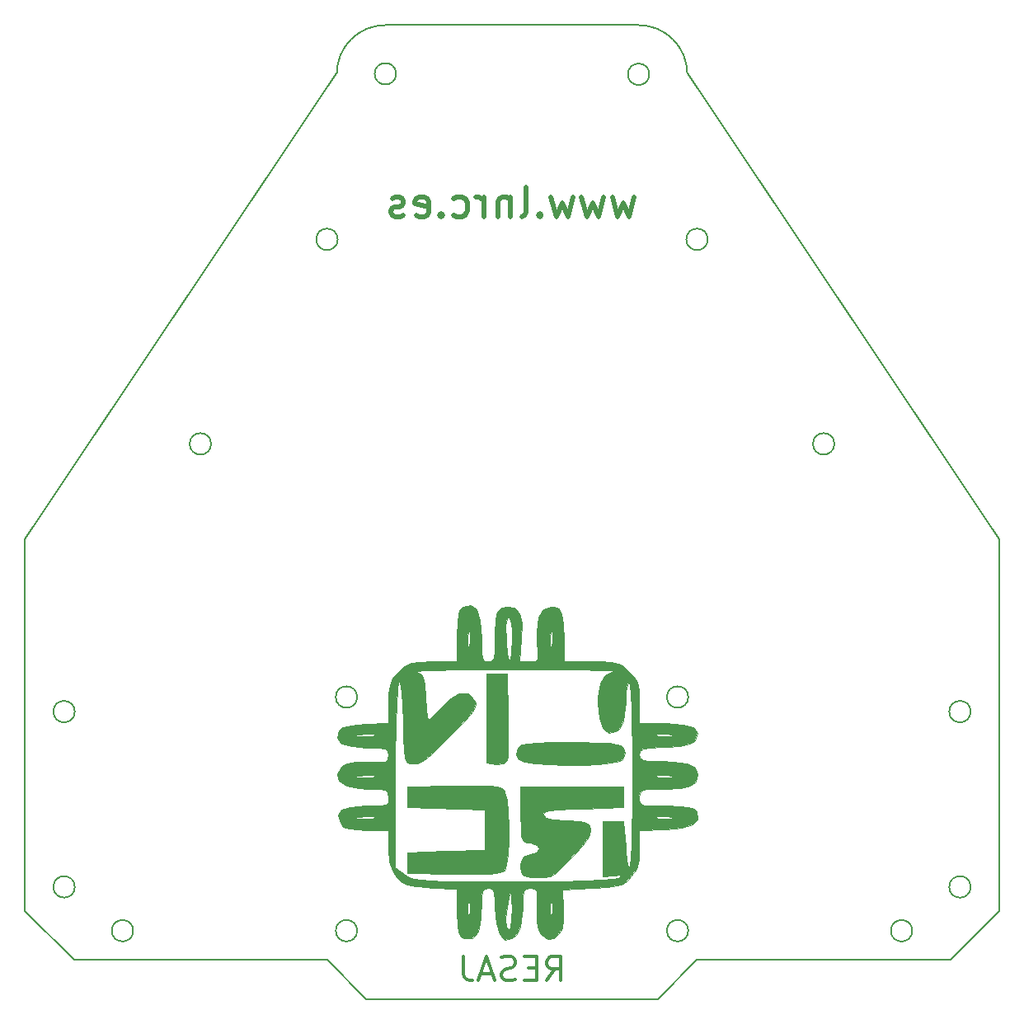
<source format=gbo>
G04 #@! TF.FileFunction,Legend,Bot*
%FSLAX46Y46*%
G04 Gerber Fmt 4.6, Leading zero omitted, Abs format (unit mm)*
G04 Created by KiCad (PCBNEW 4.0.6) date 07/19/17 12:58:32*
%MOMM*%
%LPD*%
G01*
G04 APERTURE LIST*
%ADD10C,0.100000*%
%ADD11C,0.500000*%
%ADD12C,0.150000*%
%ADD13C,0.300000*%
%ADD14C,0.010000*%
%ADD15R,2.100000X2.100000*%
%ADD16O,2.100000X2.100000*%
%ADD17R,2.000000X2.000000*%
%ADD18O,2.000000X2.000000*%
%ADD19R,2.200000X2.200000*%
%ADD20C,2.200000*%
%ADD21O,2.200000X2.200000*%
%ADD22R,2.150000X2.150000*%
%ADD23C,2.150000*%
%ADD24C,2.000000*%
%ADD25C,1.800000*%
%ADD26R,2.000000X2.800000*%
%ADD27O,2.000000X2.800000*%
%ADD28C,2.400000*%
%ADD29R,1.750000X1.750000*%
%ADD30O,1.750000X1.750000*%
G04 APERTURE END LIST*
D10*
D11*
X62571429Y82342857D02*
X62000000Y80342857D01*
X61428571Y81771429D01*
X60857143Y80342857D01*
X60285714Y82342857D01*
X59428572Y82342857D02*
X58857143Y80342857D01*
X58285714Y81771429D01*
X57714286Y80342857D01*
X57142857Y82342857D01*
X56285715Y82342857D02*
X55714286Y80342857D01*
X55142857Y81771429D01*
X54571429Y80342857D01*
X54000000Y82342857D01*
X52857143Y80628571D02*
X52714286Y80485714D01*
X52857143Y80342857D01*
X53000000Y80485714D01*
X52857143Y80628571D01*
X52857143Y80342857D01*
X51000001Y80342857D02*
X51285715Y80485714D01*
X51428572Y80771429D01*
X51428572Y83342857D01*
X49857143Y82342857D02*
X49857143Y80342857D01*
X49857143Y82057143D02*
X49714286Y82200000D01*
X49428572Y82342857D01*
X49000000Y82342857D01*
X48714286Y82200000D01*
X48571429Y81914286D01*
X48571429Y80342857D01*
X47142857Y80342857D02*
X47142857Y82342857D01*
X47142857Y81771429D02*
X47000000Y82057143D01*
X46857143Y82200000D01*
X46571429Y82342857D01*
X46285714Y82342857D01*
X44000000Y80485714D02*
X44285714Y80342857D01*
X44857143Y80342857D01*
X45142857Y80485714D01*
X45285714Y80628571D01*
X45428571Y80914286D01*
X45428571Y81771429D01*
X45285714Y82057143D01*
X45142857Y82200000D01*
X44857143Y82342857D01*
X44285714Y82342857D01*
X44000000Y82200000D01*
X42714285Y80628571D02*
X42571428Y80485714D01*
X42714285Y80342857D01*
X42857142Y80485714D01*
X42714285Y80628571D01*
X42714285Y80342857D01*
X40142857Y80485714D02*
X40428571Y80342857D01*
X41000000Y80342857D01*
X41285714Y80485714D01*
X41428571Y80771429D01*
X41428571Y81914286D01*
X41285714Y82200000D01*
X41000000Y82342857D01*
X40428571Y82342857D01*
X40142857Y82200000D01*
X40000000Y81914286D01*
X40000000Y81628571D01*
X41428571Y81342857D01*
X38857142Y80485714D02*
X38571428Y80342857D01*
X38000000Y80342857D01*
X37714285Y80485714D01*
X37571428Y80771429D01*
X37571428Y80914286D01*
X37714285Y81200000D01*
X38000000Y81342857D01*
X38428571Y81342857D01*
X38714285Y81485714D01*
X38857142Y81771429D01*
X38857142Y81914286D01*
X38714285Y82200000D01*
X38428571Y82342857D01*
X38000000Y82342857D01*
X37714285Y82200000D01*
D12*
X37000000Y100000000D02*
X63000000Y100000000D01*
X100000000Y47200000D02*
X68000000Y95000000D01*
X68000000Y95000000D02*
G75*
G03X63000000Y100000000I-5000000J0D01*
G01*
X32000000Y95000000D02*
X0Y47200000D01*
X37000000Y100000000D02*
G75*
G03X32000000Y95000000I0J-5000000D01*
G01*
X83100000Y57000000D02*
G75*
G03X83100000Y57000000I-1100000J0D01*
G01*
X19100000Y57000000D02*
G75*
G03X19100000Y57000000I-1100000J0D01*
G01*
X70100000Y78000000D02*
G75*
G03X70100000Y78000000I-1100000J0D01*
G01*
X32100000Y78000000D02*
G75*
G03X32100000Y78000000I-1100000J0D01*
G01*
D13*
X53571428Y1869048D02*
X54404762Y3059524D01*
X55000000Y1869048D02*
X55000000Y4369048D01*
X54047619Y4369048D01*
X53809524Y4250000D01*
X53690476Y4130952D01*
X53571428Y3892857D01*
X53571428Y3535714D01*
X53690476Y3297619D01*
X53809524Y3178571D01*
X54047619Y3059524D01*
X55000000Y3059524D01*
X52500000Y3178571D02*
X51666667Y3178571D01*
X51309524Y1869048D02*
X52500000Y1869048D01*
X52500000Y4369048D01*
X51309524Y4369048D01*
X50357143Y1988095D02*
X50000000Y1869048D01*
X49404762Y1869048D01*
X49166666Y1988095D01*
X49047619Y2107143D01*
X48928571Y2345238D01*
X48928571Y2583333D01*
X49047619Y2821429D01*
X49166666Y2940476D01*
X49404762Y3059524D01*
X49880952Y3178571D01*
X50119047Y3297619D01*
X50238095Y3416667D01*
X50357143Y3654762D01*
X50357143Y3892857D01*
X50238095Y4130952D01*
X50119047Y4250000D01*
X49880952Y4369048D01*
X49285714Y4369048D01*
X48928571Y4250000D01*
X47976191Y2583333D02*
X46785714Y2583333D01*
X48214286Y1869048D02*
X47380952Y4369048D01*
X46547619Y1869048D01*
X45000000Y4369048D02*
X45000000Y2583333D01*
X45119048Y2226190D01*
X45357143Y1988095D01*
X45714286Y1869048D01*
X45952381Y1869048D01*
D12*
X64100000Y94950000D02*
G75*
G03X64100000Y94950000I-1100000J0D01*
G01*
X38100000Y95000000D02*
G75*
G03X38100000Y95000000I-1100000J0D01*
G01*
X34100000Y31000000D02*
G75*
G03X34100000Y31000000I-1100000J0D01*
G01*
X68100000Y31000000D02*
G75*
G03X68100000Y31000000I-1100000J0D01*
G01*
X68100000Y7000000D02*
G75*
G03X68100000Y7000000I-1100000J0D01*
G01*
X34100000Y7000000D02*
G75*
G03X34100000Y7000000I-1100000J0D01*
G01*
X91100000Y7000000D02*
G75*
G03X91100000Y7000000I-1100000J0D01*
G01*
X11100000Y7000000D02*
G75*
G03X11100000Y7000000I-1100000J0D01*
G01*
X95000000Y4000000D02*
X100000000Y9000000D01*
X69000000Y4000000D02*
X95000000Y4000000D01*
X65000000Y0D02*
X69000000Y4000000D01*
X35000000Y0D02*
X65000000Y0D01*
X5000000Y4000000D02*
X0Y9000000D01*
X31000000Y4000000D02*
X5000000Y4000000D01*
X35000000Y0D02*
X31000000Y4000000D01*
X97100000Y29500000D02*
G75*
G03X97100000Y29500000I-1100000J0D01*
G01*
X97100000Y11500000D02*
G75*
G03X97100000Y11500000I-1100000J0D01*
G01*
X5100000Y11500000D02*
G75*
G03X5100000Y11500000I-1100000J0D01*
G01*
X5100000Y29500000D02*
G75*
G03X5100000Y29500000I-1100000J0D01*
G01*
X0Y47200000D02*
X0Y9000000D01*
X100000000Y9000000D02*
X100000000Y47200000D01*
D14*
G36*
X45036612Y40273000D02*
X44679385Y39980354D01*
X44472038Y39467509D01*
X44376755Y38567995D01*
X44355555Y37275088D01*
X44355555Y34641667D01*
X41858974Y34641667D01*
X40507469Y34615470D01*
X39633951Y34492660D01*
X39011499Y34206907D01*
X38413195Y33691879D01*
X38331196Y33610470D01*
X37739824Y32932043D01*
X37429343Y32240906D01*
X37312883Y31270952D01*
X37300000Y30451589D01*
X37300000Y28323904D01*
X34955578Y28219591D01*
X33520815Y28098360D01*
X32654667Y27868970D01*
X32242007Y27527488D01*
X32042214Y26775939D01*
X32500271Y26233663D01*
X33596653Y25912517D01*
X35050140Y25822223D01*
X36271013Y25803103D01*
X36946456Y25708159D01*
X37236324Y25481007D01*
X37300475Y25065267D01*
X37300643Y25028473D01*
X37249251Y24587329D01*
X36983231Y24364771D01*
X36336195Y24306198D01*
X35237795Y24351538D01*
X33894684Y24364263D01*
X33050369Y24192584D01*
X32591319Y23885367D01*
X32076481Y23080820D01*
X32212780Y22408900D01*
X32951552Y21912309D01*
X34244134Y21633746D01*
X35208532Y21588889D01*
X36372925Y21569683D01*
X36998549Y21465221D01*
X37252030Y21205240D01*
X37299992Y20719476D01*
X37300000Y20706945D01*
X37258736Y20229387D01*
X37027693Y19965308D01*
X36445994Y19851644D01*
X35352762Y19825331D01*
X35050140Y19825000D01*
X33440574Y19724065D01*
X32477817Y19407843D01*
X32130649Y18856207D01*
X32349042Y18083662D01*
X32668568Y17679429D01*
X33202672Y17457599D01*
X34137206Y17367496D01*
X35019356Y17355556D01*
X37300000Y17355556D01*
X37300000Y15434950D01*
X37381850Y14109260D01*
X37683997Y13184100D01*
X38143848Y12533313D01*
X38652160Y12022078D01*
X39223424Y11710841D01*
X40059326Y11535768D01*
X41361552Y11433023D01*
X41671626Y11416749D01*
X44355555Y11281216D01*
X44355555Y8874103D01*
X44378386Y7581762D01*
X44479840Y6823479D01*
X44709363Y6428361D01*
X45116399Y6225514D01*
X45122425Y6223595D01*
X45940465Y6248929D01*
X46493691Y6926473D01*
X46780849Y8253954D01*
X46822178Y9241667D01*
X45653751Y9241667D01*
X45635688Y8272478D01*
X45588039Y7840941D01*
X45520619Y8026132D01*
X45511469Y8095139D01*
X45453086Y9332160D01*
X45511469Y10388195D01*
X45580638Y10654452D01*
X45631239Y10294284D01*
X45653458Y9386768D01*
X45653751Y9241667D01*
X46822178Y9241667D01*
X46825000Y9309093D01*
X46852454Y10468274D01*
X46972355Y11086372D01*
X47241013Y11326935D01*
X47530555Y11358334D01*
X47936404Y11275119D01*
X48148922Y10914529D01*
X48227912Y10110148D01*
X48236111Y9394864D01*
X48360778Y7721073D01*
X48714447Y6607786D01*
X49266623Y6092301D01*
X49986809Y6211918D01*
X50503968Y6621032D01*
X50885598Y7387196D01*
X51049475Y8740953D01*
X51058333Y9266865D01*
X51059539Y9329861D01*
X49958261Y9329861D01*
X49928852Y8140516D01*
X49805449Y7354186D01*
X49647222Y7125000D01*
X49418599Y7432549D01*
X49333996Y8181963D01*
X49336183Y8271528D01*
X49456982Y9476969D01*
X49647222Y10476389D01*
X49793608Y10919868D01*
X49885572Y10806857D01*
X49938670Y10080010D01*
X49958261Y9329861D01*
X51059539Y9329861D01*
X51080689Y10434201D01*
X51189575Y11061721D01*
X51447721Y11314764D01*
X51852083Y11358976D01*
X52293227Y11307585D01*
X52515785Y11041565D01*
X52574357Y10394528D01*
X52529018Y9296129D01*
X52516292Y7953018D01*
X52687972Y7108703D01*
X52995189Y6649653D01*
X53681232Y6136411D01*
X54276836Y6233490D01*
X54760630Y6644361D01*
X55123380Y7270876D01*
X55259630Y8294384D01*
X55245318Y9202000D01*
X55243455Y9241667D01*
X54120418Y9241667D01*
X54102354Y8272478D01*
X54054706Y7840941D01*
X53987285Y8026132D01*
X53978135Y8095139D01*
X53919753Y9332160D01*
X53978135Y10388195D01*
X54047305Y10654452D01*
X54097906Y10294284D01*
X54120125Y9386768D01*
X54120418Y9241667D01*
X55243455Y9241667D01*
X55152311Y11181945D01*
X58260483Y11369190D01*
X59783961Y11478873D01*
X60781276Y11620721D01*
X61431515Y11847604D01*
X61913768Y12212395D01*
X62210716Y12535390D01*
X62753439Y13356931D01*
X63004423Y14349738D01*
X63052778Y15420111D01*
X63052778Y17325877D01*
X65749728Y17428911D01*
X67457005Y17576966D01*
X68527544Y17886532D01*
X69018256Y18390049D01*
X69008650Y18607777D01*
X67155421Y18607777D01*
X66833805Y18559759D01*
X65953909Y18534521D01*
X65522222Y18532495D01*
X64462243Y18547817D01*
X63934468Y18588647D01*
X64012516Y18647286D01*
X64199305Y18670877D01*
X65523962Y18727959D01*
X66845139Y18670877D01*
X67155421Y18607777D01*
X69008650Y18607777D01*
X68986052Y19119959D01*
X68940826Y19247883D01*
X68695100Y19545607D01*
X68145124Y19723123D01*
X67149522Y19807139D01*
X65886072Y19825000D01*
X64483034Y19834309D01*
X63641866Y19892051D01*
X63218894Y20042950D01*
X63070441Y20331728D01*
X63052778Y20706945D01*
X63087029Y21160281D01*
X63290188Y21423577D01*
X63812866Y21548411D01*
X64805671Y21586362D01*
X65628055Y21588889D01*
X65663002Y21590342D01*
X62352041Y21590342D01*
X62340395Y19427553D01*
X62311516Y17447747D01*
X62264884Y15761974D01*
X62199983Y14481289D01*
X62116296Y13716741D01*
X62082639Y13592048D01*
X61925505Y13547731D01*
X61779751Y14163673D01*
X61655365Y15394576D01*
X61641666Y15591667D01*
X61465278Y18237500D01*
X59348611Y18237500D01*
X59348611Y12593056D01*
X60406944Y12696995D01*
X61069262Y12719855D01*
X61106765Y12570763D01*
X60936111Y12437814D01*
X60412163Y12324429D01*
X59225237Y12229995D01*
X57417693Y12155957D01*
X55031891Y12103760D01*
X52110191Y12074849D01*
X50135769Y12069291D01*
X47168424Y12069724D01*
X44824046Y12078068D01*
X43020048Y12099674D01*
X41673847Y12139893D01*
X40702857Y12204076D01*
X40024494Y12297576D01*
X39556172Y12425741D01*
X39215308Y12593925D01*
X38935075Y12795049D01*
X38005555Y13526210D01*
X38005555Y18599918D01*
X36596118Y18599918D01*
X36235950Y18549317D01*
X35328434Y18527097D01*
X35183333Y18526804D01*
X34214144Y18544868D01*
X33782607Y18592517D01*
X33967799Y18659937D01*
X34036805Y18669087D01*
X35273826Y18727469D01*
X36329861Y18669087D01*
X36596118Y18599918D01*
X38005555Y18599918D01*
X38005555Y22833251D01*
X36596118Y22833251D01*
X36235950Y22782650D01*
X35328434Y22760431D01*
X35183333Y22760138D01*
X34214144Y22778201D01*
X33782607Y22825850D01*
X33967799Y22893270D01*
X34036805Y22902420D01*
X35273826Y22960803D01*
X36329861Y22902420D01*
X36596118Y22833251D01*
X38005555Y22833251D01*
X38005555Y23004785D01*
X38018070Y25880481D01*
X38035547Y27066584D01*
X36596118Y27066584D01*
X36235950Y27015983D01*
X35328434Y26993764D01*
X35183333Y26993471D01*
X34214144Y27011535D01*
X33782607Y27059183D01*
X33967799Y27126604D01*
X34036805Y27135754D01*
X35273826Y27194136D01*
X36329861Y27135754D01*
X36596118Y27066584D01*
X38035547Y27066584D01*
X38054181Y28331150D01*
X38111744Y30295952D01*
X38188613Y31714047D01*
X38282641Y32524593D01*
X38347362Y32694609D01*
X38503972Y32455734D01*
X38635683Y31575861D01*
X38735617Y30119316D01*
X38788335Y28570290D01*
X38833691Y26761352D01*
X38889306Y25538932D01*
X38981465Y24784177D01*
X39136454Y24378229D01*
X39380557Y24202236D01*
X39740060Y24137341D01*
X39769444Y24133977D01*
X40270172Y24194004D01*
X40897117Y24530438D01*
X41748281Y25216639D01*
X42921665Y26325970D01*
X43598001Y26999953D01*
X44852193Y28280303D01*
X45668342Y29176353D01*
X46117677Y29792115D01*
X46271427Y30231604D01*
X46200821Y30598832D01*
X46143228Y30716671D01*
X45490032Y31369757D01*
X44609959Y31386306D01*
X43556995Y30777026D01*
X42810024Y30055556D01*
X42074372Y29271553D01*
X41541143Y28759193D01*
X41373981Y28644445D01*
X41278823Y28966702D01*
X41183699Y29811981D01*
X41109053Y30998044D01*
X41108479Y31011001D01*
X41030822Y32282815D01*
X40894714Y33023002D01*
X40634463Y33405456D01*
X40184377Y33604067D01*
X40122222Y33621670D01*
X40239384Y33681179D01*
X40986156Y33735086D01*
X42286604Y33781589D01*
X44064792Y33818888D01*
X46244786Y33845184D01*
X48750651Y33858676D01*
X50176389Y33860024D01*
X52833255Y33853568D01*
X55212993Y33837983D01*
X57237924Y33814567D01*
X58830372Y33784618D01*
X59912657Y33749434D01*
X60407101Y33710313D01*
X60406944Y33689040D01*
X59556014Y33257778D01*
X59046656Y32385589D01*
X58832931Y30976311D01*
X58819444Y30366106D01*
X58958154Y28818547D01*
X59342073Y27778391D01*
X59922884Y27300571D01*
X60652274Y27440018D01*
X61087301Y27787699D01*
X61468931Y28553863D01*
X61632808Y29907620D01*
X61641666Y30433532D01*
X61695797Y31550676D01*
X61836893Y32306958D01*
X61994444Y32525000D01*
X62088956Y32190792D01*
X62169855Y31262202D01*
X62236623Y29850281D01*
X62288742Y28066083D01*
X62325697Y26020660D01*
X62346969Y23825062D01*
X62352041Y21590342D01*
X65663002Y21590342D01*
X67271212Y21657206D01*
X68321320Y21891314D01*
X68880247Y22334953D01*
X69003436Y22841111D01*
X67155421Y22841111D01*
X66833805Y22793092D01*
X65953909Y22767855D01*
X65522222Y22765829D01*
X64462243Y22781150D01*
X63934468Y22821980D01*
X64012516Y22880619D01*
X64199305Y22904210D01*
X65523962Y22961292D01*
X66845139Y22904210D01*
X67155421Y22841111D01*
X69003436Y22841111D01*
X69049861Y23031861D01*
X69050000Y23058144D01*
X68779966Y23726860D01*
X67941362Y24161879D01*
X66491434Y24378914D01*
X65369025Y24411111D01*
X64118962Y24433392D01*
X63419304Y24530956D01*
X63115506Y24749891D01*
X63052778Y25101828D01*
X63124936Y25456212D01*
X63437092Y25675824D01*
X64132768Y25802905D01*
X65355487Y25879693D01*
X65749728Y25895578D01*
X67255039Y25993616D01*
X68195018Y26168424D01*
X68708419Y26451261D01*
X68816076Y26586402D01*
X68956564Y27074444D01*
X67155421Y27074444D01*
X66833805Y27026425D01*
X65953909Y27001188D01*
X65522222Y26999162D01*
X64462243Y27014483D01*
X63934468Y27055314D01*
X64012516Y27113952D01*
X64199305Y27137543D01*
X65523962Y27194626D01*
X66845139Y27137543D01*
X67155421Y27074444D01*
X68956564Y27074444D01*
X69031009Y27333056D01*
X68594297Y27863295D01*
X67498063Y28181368D01*
X65734431Y28291525D01*
X65655415Y28291667D01*
X63052778Y28291667D01*
X63052778Y30435470D01*
X63011543Y31701457D01*
X62830676Y32527959D01*
X62424429Y33178985D01*
X62021581Y33610470D01*
X61456807Y34126057D01*
X60903404Y34433410D01*
X60160179Y34585994D01*
X59025937Y34637273D01*
X58141025Y34641667D01*
X55291667Y34641667D01*
X55291667Y36905870D01*
X55290941Y36934722D01*
X54117573Y36934722D01*
X54102031Y35904896D01*
X54058276Y35395443D01*
X53994979Y35489458D01*
X53978722Y35603937D01*
X53919496Y36770531D01*
X53971115Y38026237D01*
X53975877Y38073382D01*
X54041290Y38407198D01*
X54090913Y38104957D01*
X54116102Y37236121D01*
X54117573Y36934722D01*
X55290941Y36934722D01*
X55251528Y38500769D01*
X55101257Y39513284D01*
X54796069Y40063553D01*
X54291180Y40271714D01*
X54031613Y40286111D01*
X53191026Y40009102D01*
X52692873Y39162218D01*
X52527408Y37721677D01*
X52570370Y36720526D01*
X52649405Y35563469D01*
X52606708Y34942667D01*
X52377787Y34691145D01*
X51898148Y34641928D01*
X51767423Y34641667D01*
X50798258Y34641667D01*
X50970988Y36934722D01*
X50000000Y36934722D01*
X49948489Y35520252D01*
X49820261Y34801590D01*
X49654771Y34778622D01*
X49491478Y35451232D01*
X49369837Y36819303D01*
X49364111Y36936592D01*
X49356070Y38274063D01*
X49473540Y39055569D01*
X49628695Y39227778D01*
X49834773Y38897647D01*
X49964806Y37993537D01*
X50000000Y36934722D01*
X50970988Y36934722D01*
X50971030Y36935278D01*
X51001438Y38554792D01*
X50773483Y39593067D01*
X50246820Y40139893D01*
X49465381Y40286111D01*
X48884415Y40174686D01*
X48515540Y39760943D01*
X48315408Y38925683D01*
X48240669Y37549706D01*
X48236111Y36905870D01*
X48213569Y35674378D01*
X48113374Y34991087D01*
X47886678Y34699231D01*
X47530555Y34641667D01*
X47158251Y34708935D01*
X46945744Y35011777D01*
X46849284Y35701752D01*
X46825124Y36930417D01*
X46825121Y36934722D01*
X45650906Y36934722D01*
X45635364Y35904896D01*
X45591610Y35395443D01*
X45528312Y35489458D01*
X45512055Y35603937D01*
X45452829Y36770531D01*
X45504449Y38026237D01*
X45509210Y38073382D01*
X45574624Y38407198D01*
X45624247Y38104957D01*
X45649435Y37236121D01*
X45650906Y36934722D01*
X46825121Y36934722D01*
X46825000Y37085913D01*
X46712304Y38866503D01*
X46372105Y39983795D01*
X45801237Y40443432D01*
X45036612Y40273000D01*
X45036612Y40273000D01*
G37*
X45036612Y40273000D02*
X44679385Y39980354D01*
X44472038Y39467509D01*
X44376755Y38567995D01*
X44355555Y37275088D01*
X44355555Y34641667D01*
X41858974Y34641667D01*
X40507469Y34615470D01*
X39633951Y34492660D01*
X39011499Y34206907D01*
X38413195Y33691879D01*
X38331196Y33610470D01*
X37739824Y32932043D01*
X37429343Y32240906D01*
X37312883Y31270952D01*
X37300000Y30451589D01*
X37300000Y28323904D01*
X34955578Y28219591D01*
X33520815Y28098360D01*
X32654667Y27868970D01*
X32242007Y27527488D01*
X32042214Y26775939D01*
X32500271Y26233663D01*
X33596653Y25912517D01*
X35050140Y25822223D01*
X36271013Y25803103D01*
X36946456Y25708159D01*
X37236324Y25481007D01*
X37300475Y25065267D01*
X37300643Y25028473D01*
X37249251Y24587329D01*
X36983231Y24364771D01*
X36336195Y24306198D01*
X35237795Y24351538D01*
X33894684Y24364263D01*
X33050369Y24192584D01*
X32591319Y23885367D01*
X32076481Y23080820D01*
X32212780Y22408900D01*
X32951552Y21912309D01*
X34244134Y21633746D01*
X35208532Y21588889D01*
X36372925Y21569683D01*
X36998549Y21465221D01*
X37252030Y21205240D01*
X37299992Y20719476D01*
X37300000Y20706945D01*
X37258736Y20229387D01*
X37027693Y19965308D01*
X36445994Y19851644D01*
X35352762Y19825331D01*
X35050140Y19825000D01*
X33440574Y19724065D01*
X32477817Y19407843D01*
X32130649Y18856207D01*
X32349042Y18083662D01*
X32668568Y17679429D01*
X33202672Y17457599D01*
X34137206Y17367496D01*
X35019356Y17355556D01*
X37300000Y17355556D01*
X37300000Y15434950D01*
X37381850Y14109260D01*
X37683997Y13184100D01*
X38143848Y12533313D01*
X38652160Y12022078D01*
X39223424Y11710841D01*
X40059326Y11535768D01*
X41361552Y11433023D01*
X41671626Y11416749D01*
X44355555Y11281216D01*
X44355555Y8874103D01*
X44378386Y7581762D01*
X44479840Y6823479D01*
X44709363Y6428361D01*
X45116399Y6225514D01*
X45122425Y6223595D01*
X45940465Y6248929D01*
X46493691Y6926473D01*
X46780849Y8253954D01*
X46822178Y9241667D01*
X45653751Y9241667D01*
X45635688Y8272478D01*
X45588039Y7840941D01*
X45520619Y8026132D01*
X45511469Y8095139D01*
X45453086Y9332160D01*
X45511469Y10388195D01*
X45580638Y10654452D01*
X45631239Y10294284D01*
X45653458Y9386768D01*
X45653751Y9241667D01*
X46822178Y9241667D01*
X46825000Y9309093D01*
X46852454Y10468274D01*
X46972355Y11086372D01*
X47241013Y11326935D01*
X47530555Y11358334D01*
X47936404Y11275119D01*
X48148922Y10914529D01*
X48227912Y10110148D01*
X48236111Y9394864D01*
X48360778Y7721073D01*
X48714447Y6607786D01*
X49266623Y6092301D01*
X49986809Y6211918D01*
X50503968Y6621032D01*
X50885598Y7387196D01*
X51049475Y8740953D01*
X51058333Y9266865D01*
X51059539Y9329861D01*
X49958261Y9329861D01*
X49928852Y8140516D01*
X49805449Y7354186D01*
X49647222Y7125000D01*
X49418599Y7432549D01*
X49333996Y8181963D01*
X49336183Y8271528D01*
X49456982Y9476969D01*
X49647222Y10476389D01*
X49793608Y10919868D01*
X49885572Y10806857D01*
X49938670Y10080010D01*
X49958261Y9329861D01*
X51059539Y9329861D01*
X51080689Y10434201D01*
X51189575Y11061721D01*
X51447721Y11314764D01*
X51852083Y11358976D01*
X52293227Y11307585D01*
X52515785Y11041565D01*
X52574357Y10394528D01*
X52529018Y9296129D01*
X52516292Y7953018D01*
X52687972Y7108703D01*
X52995189Y6649653D01*
X53681232Y6136411D01*
X54276836Y6233490D01*
X54760630Y6644361D01*
X55123380Y7270876D01*
X55259630Y8294384D01*
X55245318Y9202000D01*
X55243455Y9241667D01*
X54120418Y9241667D01*
X54102354Y8272478D01*
X54054706Y7840941D01*
X53987285Y8026132D01*
X53978135Y8095139D01*
X53919753Y9332160D01*
X53978135Y10388195D01*
X54047305Y10654452D01*
X54097906Y10294284D01*
X54120125Y9386768D01*
X54120418Y9241667D01*
X55243455Y9241667D01*
X55152311Y11181945D01*
X58260483Y11369190D01*
X59783961Y11478873D01*
X60781276Y11620721D01*
X61431515Y11847604D01*
X61913768Y12212395D01*
X62210716Y12535390D01*
X62753439Y13356931D01*
X63004423Y14349738D01*
X63052778Y15420111D01*
X63052778Y17325877D01*
X65749728Y17428911D01*
X67457005Y17576966D01*
X68527544Y17886532D01*
X69018256Y18390049D01*
X69008650Y18607777D01*
X67155421Y18607777D01*
X66833805Y18559759D01*
X65953909Y18534521D01*
X65522222Y18532495D01*
X64462243Y18547817D01*
X63934468Y18588647D01*
X64012516Y18647286D01*
X64199305Y18670877D01*
X65523962Y18727959D01*
X66845139Y18670877D01*
X67155421Y18607777D01*
X69008650Y18607777D01*
X68986052Y19119959D01*
X68940826Y19247883D01*
X68695100Y19545607D01*
X68145124Y19723123D01*
X67149522Y19807139D01*
X65886072Y19825000D01*
X64483034Y19834309D01*
X63641866Y19892051D01*
X63218894Y20042950D01*
X63070441Y20331728D01*
X63052778Y20706945D01*
X63087029Y21160281D01*
X63290188Y21423577D01*
X63812866Y21548411D01*
X64805671Y21586362D01*
X65628055Y21588889D01*
X65663002Y21590342D01*
X62352041Y21590342D01*
X62340395Y19427553D01*
X62311516Y17447747D01*
X62264884Y15761974D01*
X62199983Y14481289D01*
X62116296Y13716741D01*
X62082639Y13592048D01*
X61925505Y13547731D01*
X61779751Y14163673D01*
X61655365Y15394576D01*
X61641666Y15591667D01*
X61465278Y18237500D01*
X59348611Y18237500D01*
X59348611Y12593056D01*
X60406944Y12696995D01*
X61069262Y12719855D01*
X61106765Y12570763D01*
X60936111Y12437814D01*
X60412163Y12324429D01*
X59225237Y12229995D01*
X57417693Y12155957D01*
X55031891Y12103760D01*
X52110191Y12074849D01*
X50135769Y12069291D01*
X47168424Y12069724D01*
X44824046Y12078068D01*
X43020048Y12099674D01*
X41673847Y12139893D01*
X40702857Y12204076D01*
X40024494Y12297576D01*
X39556172Y12425741D01*
X39215308Y12593925D01*
X38935075Y12795049D01*
X38005555Y13526210D01*
X38005555Y18599918D01*
X36596118Y18599918D01*
X36235950Y18549317D01*
X35328434Y18527097D01*
X35183333Y18526804D01*
X34214144Y18544868D01*
X33782607Y18592517D01*
X33967799Y18659937D01*
X34036805Y18669087D01*
X35273826Y18727469D01*
X36329861Y18669087D01*
X36596118Y18599918D01*
X38005555Y18599918D01*
X38005555Y22833251D01*
X36596118Y22833251D01*
X36235950Y22782650D01*
X35328434Y22760431D01*
X35183333Y22760138D01*
X34214144Y22778201D01*
X33782607Y22825850D01*
X33967799Y22893270D01*
X34036805Y22902420D01*
X35273826Y22960803D01*
X36329861Y22902420D01*
X36596118Y22833251D01*
X38005555Y22833251D01*
X38005555Y23004785D01*
X38018070Y25880481D01*
X38035547Y27066584D01*
X36596118Y27066584D01*
X36235950Y27015983D01*
X35328434Y26993764D01*
X35183333Y26993471D01*
X34214144Y27011535D01*
X33782607Y27059183D01*
X33967799Y27126604D01*
X34036805Y27135754D01*
X35273826Y27194136D01*
X36329861Y27135754D01*
X36596118Y27066584D01*
X38035547Y27066584D01*
X38054181Y28331150D01*
X38111744Y30295952D01*
X38188613Y31714047D01*
X38282641Y32524593D01*
X38347362Y32694609D01*
X38503972Y32455734D01*
X38635683Y31575861D01*
X38735617Y30119316D01*
X38788335Y28570290D01*
X38833691Y26761352D01*
X38889306Y25538932D01*
X38981465Y24784177D01*
X39136454Y24378229D01*
X39380557Y24202236D01*
X39740060Y24137341D01*
X39769444Y24133977D01*
X40270172Y24194004D01*
X40897117Y24530438D01*
X41748281Y25216639D01*
X42921665Y26325970D01*
X43598001Y26999953D01*
X44852193Y28280303D01*
X45668342Y29176353D01*
X46117677Y29792115D01*
X46271427Y30231604D01*
X46200821Y30598832D01*
X46143228Y30716671D01*
X45490032Y31369757D01*
X44609959Y31386306D01*
X43556995Y30777026D01*
X42810024Y30055556D01*
X42074372Y29271553D01*
X41541143Y28759193D01*
X41373981Y28644445D01*
X41278823Y28966702D01*
X41183699Y29811981D01*
X41109053Y30998044D01*
X41108479Y31011001D01*
X41030822Y32282815D01*
X40894714Y33023002D01*
X40634463Y33405456D01*
X40184377Y33604067D01*
X40122222Y33621670D01*
X40239384Y33681179D01*
X40986156Y33735086D01*
X42286604Y33781589D01*
X44064792Y33818888D01*
X46244786Y33845184D01*
X48750651Y33858676D01*
X50176389Y33860024D01*
X52833255Y33853568D01*
X55212993Y33837983D01*
X57237924Y33814567D01*
X58830372Y33784618D01*
X59912657Y33749434D01*
X60407101Y33710313D01*
X60406944Y33689040D01*
X59556014Y33257778D01*
X59046656Y32385589D01*
X58832931Y30976311D01*
X58819444Y30366106D01*
X58958154Y28818547D01*
X59342073Y27778391D01*
X59922884Y27300571D01*
X60652274Y27440018D01*
X61087301Y27787699D01*
X61468931Y28553863D01*
X61632808Y29907620D01*
X61641666Y30433532D01*
X61695797Y31550676D01*
X61836893Y32306958D01*
X61994444Y32525000D01*
X62088956Y32190792D01*
X62169855Y31262202D01*
X62236623Y29850281D01*
X62288742Y28066083D01*
X62325697Y26020660D01*
X62346969Y23825062D01*
X62352041Y21590342D01*
X65663002Y21590342D01*
X67271212Y21657206D01*
X68321320Y21891314D01*
X68880247Y22334953D01*
X69003436Y22841111D01*
X67155421Y22841111D01*
X66833805Y22793092D01*
X65953909Y22767855D01*
X65522222Y22765829D01*
X64462243Y22781150D01*
X63934468Y22821980D01*
X64012516Y22880619D01*
X64199305Y22904210D01*
X65523962Y22961292D01*
X66845139Y22904210D01*
X67155421Y22841111D01*
X69003436Y22841111D01*
X69049861Y23031861D01*
X69050000Y23058144D01*
X68779966Y23726860D01*
X67941362Y24161879D01*
X66491434Y24378914D01*
X65369025Y24411111D01*
X64118962Y24433392D01*
X63419304Y24530956D01*
X63115506Y24749891D01*
X63052778Y25101828D01*
X63124936Y25456212D01*
X63437092Y25675824D01*
X64132768Y25802905D01*
X65355487Y25879693D01*
X65749728Y25895578D01*
X67255039Y25993616D01*
X68195018Y26168424D01*
X68708419Y26451261D01*
X68816076Y26586402D01*
X68956564Y27074444D01*
X67155421Y27074444D01*
X66833805Y27026425D01*
X65953909Y27001188D01*
X65522222Y26999162D01*
X64462243Y27014483D01*
X63934468Y27055314D01*
X64012516Y27113952D01*
X64199305Y27137543D01*
X65523962Y27194626D01*
X66845139Y27137543D01*
X67155421Y27074444D01*
X68956564Y27074444D01*
X69031009Y27333056D01*
X68594297Y27863295D01*
X67498063Y28181368D01*
X65734431Y28291525D01*
X65655415Y28291667D01*
X63052778Y28291667D01*
X63052778Y30435470D01*
X63011543Y31701457D01*
X62830676Y32527959D01*
X62424429Y33178985D01*
X62021581Y33610470D01*
X61456807Y34126057D01*
X60903404Y34433410D01*
X60160179Y34585994D01*
X59025937Y34637273D01*
X58141025Y34641667D01*
X55291667Y34641667D01*
X55291667Y36905870D01*
X55290941Y36934722D01*
X54117573Y36934722D01*
X54102031Y35904896D01*
X54058276Y35395443D01*
X53994979Y35489458D01*
X53978722Y35603937D01*
X53919496Y36770531D01*
X53971115Y38026237D01*
X53975877Y38073382D01*
X54041290Y38407198D01*
X54090913Y38104957D01*
X54116102Y37236121D01*
X54117573Y36934722D01*
X55290941Y36934722D01*
X55251528Y38500769D01*
X55101257Y39513284D01*
X54796069Y40063553D01*
X54291180Y40271714D01*
X54031613Y40286111D01*
X53191026Y40009102D01*
X52692873Y39162218D01*
X52527408Y37721677D01*
X52570370Y36720526D01*
X52649405Y35563469D01*
X52606708Y34942667D01*
X52377787Y34691145D01*
X51898148Y34641928D01*
X51767423Y34641667D01*
X50798258Y34641667D01*
X50970988Y36934722D01*
X50000000Y36934722D01*
X49948489Y35520252D01*
X49820261Y34801590D01*
X49654771Y34778622D01*
X49491478Y35451232D01*
X49369837Y36819303D01*
X49364111Y36936592D01*
X49356070Y38274063D01*
X49473540Y39055569D01*
X49628695Y39227778D01*
X49834773Y38897647D01*
X49964806Y37993537D01*
X50000000Y36934722D01*
X50970988Y36934722D01*
X50971030Y36935278D01*
X51001438Y38554792D01*
X50773483Y39593067D01*
X50246820Y40139893D01*
X49465381Y40286111D01*
X48884415Y40174686D01*
X48515540Y39760943D01*
X48315408Y38925683D01*
X48240669Y37549706D01*
X48236111Y36905870D01*
X48213569Y35674378D01*
X48113374Y34991087D01*
X47886678Y34699231D01*
X47530555Y34641667D01*
X47158251Y34708935D01*
X46945744Y35011777D01*
X46849284Y35701752D01*
X46825124Y36930417D01*
X46825121Y36934722D01*
X45650906Y36934722D01*
X45635364Y35904896D01*
X45591610Y35395443D01*
X45528312Y35489458D01*
X45512055Y35603937D01*
X45452829Y36770531D01*
X45504449Y38026237D01*
X45509210Y38073382D01*
X45574624Y38407198D01*
X45624247Y38104957D01*
X45649435Y37236121D01*
X45650906Y36934722D01*
X46825121Y36934722D01*
X46825000Y37085913D01*
X46712304Y38866503D01*
X46372105Y39983795D01*
X45801237Y40443432D01*
X45036612Y40273000D01*
G36*
X50881944Y18943056D02*
X50890442Y17542554D01*
X50948942Y16697874D01*
X51106958Y16259280D01*
X51414002Y16077039D01*
X51852083Y16009207D01*
X52556994Y15776315D01*
X52822222Y15415278D01*
X52516915Y15029704D01*
X51852083Y14821349D01*
X51154210Y14623647D01*
X50902991Y14096122D01*
X50881944Y13651389D01*
X50933815Y12997338D01*
X51216583Y12670199D01*
X51920979Y12530727D01*
X52474210Y12488940D01*
X53282083Y12465489D01*
X53901044Y12586292D01*
X54508454Y12949478D01*
X55281670Y13653179D01*
X56116457Y14504142D01*
X57234210Y15736003D01*
X57860447Y16633124D01*
X58060416Y17294155D01*
X58051969Y17430481D01*
X57928046Y17863639D01*
X57601282Y18119255D01*
X56908646Y18256861D01*
X55687104Y18335989D01*
X55556250Y18341813D01*
X54203110Y18443344D01*
X53446652Y18618331D01*
X53179510Y18894106D01*
X53175000Y18947979D01*
X53312718Y19172864D01*
X53793473Y19332842D01*
X54718664Y19442621D01*
X56189691Y19516908D01*
X57320139Y19549221D01*
X61465278Y19648611D01*
X61465278Y21765278D01*
X50881944Y21765278D01*
X50881944Y18943056D01*
X50881944Y18943056D01*
G37*
X50881944Y18943056D02*
X50890442Y17542554D01*
X50948942Y16697874D01*
X51106958Y16259280D01*
X51414002Y16077039D01*
X51852083Y16009207D01*
X52556994Y15776315D01*
X52822222Y15415278D01*
X52516915Y15029704D01*
X51852083Y14821349D01*
X51154210Y14623647D01*
X50902991Y14096122D01*
X50881944Y13651389D01*
X50933815Y12997338D01*
X51216583Y12670199D01*
X51920979Y12530727D01*
X52474210Y12488940D01*
X53282083Y12465489D01*
X53901044Y12586292D01*
X54508454Y12949478D01*
X55281670Y13653179D01*
X56116457Y14504142D01*
X57234210Y15736003D01*
X57860447Y16633124D01*
X58060416Y17294155D01*
X58051969Y17430481D01*
X57928046Y17863639D01*
X57601282Y18119255D01*
X56908646Y18256861D01*
X55687104Y18335989D01*
X55556250Y18341813D01*
X54203110Y18443344D01*
X53446652Y18618331D01*
X53179510Y18894106D01*
X53175000Y18947979D01*
X53312718Y19172864D01*
X53793473Y19332842D01*
X54718664Y19442621D01*
X56189691Y19516908D01*
X57320139Y19549221D01*
X61465278Y19648611D01*
X61465278Y21765278D01*
X50881944Y21765278D01*
X50881944Y18943056D01*
G36*
X45004679Y21883242D02*
X43999590Y21864304D01*
X39240278Y21765278D01*
X39240278Y19648611D01*
X47177778Y19449115D01*
X47177778Y15261997D01*
X43209028Y15162249D01*
X39240278Y15062500D01*
X39240278Y12945834D01*
X44010982Y12848205D01*
X46193181Y12827439D01*
X47740274Y12871295D01*
X48720133Y12984142D01*
X49200631Y13170353D01*
X49214454Y13183344D01*
X49427851Y13750821D01*
X49571992Y14830241D01*
X49647144Y16231424D01*
X49653571Y17764192D01*
X49591538Y19238366D01*
X49461310Y20463765D01*
X49263153Y21250210D01*
X49203063Y21355905D01*
X48944160Y21602428D01*
X48514201Y21766764D01*
X47793856Y21860572D01*
X46663792Y21895512D01*
X45004679Y21883242D01*
X45004679Y21883242D01*
G37*
X45004679Y21883242D02*
X43999590Y21864304D01*
X39240278Y21765278D01*
X39240278Y19648611D01*
X47177778Y19449115D01*
X47177778Y15261997D01*
X43209028Y15162249D01*
X39240278Y15062500D01*
X39240278Y12945834D01*
X44010982Y12848205D01*
X46193181Y12827439D01*
X47740274Y12871295D01*
X48720133Y12984142D01*
X49200631Y13170353D01*
X49214454Y13183344D01*
X49427851Y13750821D01*
X49571992Y14830241D01*
X49647144Y16231424D01*
X49653571Y17764192D01*
X49591538Y19238366D01*
X49461310Y20463765D01*
X49263153Y21250210D01*
X49203063Y21355905D01*
X48944160Y21602428D01*
X48514201Y21766764D01*
X47793856Y21860572D01*
X46663792Y21895512D01*
X45004679Y21883242D01*
G36*
X53972180Y26341006D02*
X52540546Y26301745D01*
X51590368Y26221442D01*
X51009696Y26087932D01*
X50686580Y25889049D01*
X50588072Y25763599D01*
X50426094Y25070327D01*
X50681014Y24617071D01*
X51245024Y24361454D01*
X52347246Y24173463D01*
X53823586Y24053097D01*
X55509949Y24000356D01*
X57242240Y24015242D01*
X58856364Y24097752D01*
X60188227Y24247889D01*
X61073733Y24465651D01*
X61313430Y24617071D01*
X61586578Y25295193D01*
X61406372Y25763599D01*
X61168830Y25999081D01*
X60728769Y26163210D01*
X59974239Y26268151D01*
X58793291Y26326069D01*
X57073973Y26349129D01*
X55997222Y26351389D01*
X53972180Y26341006D01*
X53972180Y26341006D01*
G37*
X53972180Y26341006D02*
X52540546Y26301745D01*
X51590368Y26221442D01*
X51009696Y26087932D01*
X50686580Y25889049D01*
X50588072Y25763599D01*
X50426094Y25070327D01*
X50681014Y24617071D01*
X51245024Y24361454D01*
X52347246Y24173463D01*
X53823586Y24053097D01*
X55509949Y24000356D01*
X57242240Y24015242D01*
X58856364Y24097752D01*
X60188227Y24247889D01*
X61073733Y24465651D01*
X61313430Y24617071D01*
X61586578Y25295193D01*
X61406372Y25763599D01*
X61168830Y25999081D01*
X60728769Y26163210D01*
X59974239Y26268151D01*
X58793291Y26326069D01*
X57073973Y26349129D01*
X55997222Y26351389D01*
X53972180Y26341006D01*
G36*
X47354166Y24234722D02*
X48326311Y24122902D01*
X49151074Y24199418D01*
X49484620Y24496217D01*
X49549474Y25024305D01*
X49587144Y26099215D01*
X49594725Y27562631D01*
X49570808Y29194149D01*
X49470833Y33406945D01*
X47354166Y33406945D01*
X47354166Y24234722D01*
X47354166Y24234722D01*
G37*
X47354166Y24234722D02*
X48326311Y24122902D01*
X49151074Y24199418D01*
X49484620Y24496217D01*
X49549474Y25024305D01*
X49587144Y26099215D01*
X49594725Y27562631D01*
X49570808Y29194149D01*
X49470833Y33406945D01*
X47354166Y33406945D01*
X47354166Y24234722D01*
%LPC*%
D15*
X14635931Y35430000D03*
D16*
X17175931Y35430000D03*
X19715931Y35430000D03*
X22255931Y35430000D03*
X24795931Y35430000D03*
X27335931Y35430000D03*
X29875931Y35430000D03*
X32415931Y35430000D03*
D17*
X32220000Y56660000D03*
D18*
X65240000Y71900000D03*
X34760000Y56660000D03*
X62700000Y71900000D03*
X37300000Y56660000D03*
X60160000Y71900000D03*
X39840000Y56660000D03*
X57620000Y71900000D03*
X42380000Y56660000D03*
X55080000Y71900000D03*
X44920000Y56660000D03*
X52540000Y71900000D03*
X47460000Y56660000D03*
X50000000Y71900000D03*
X50000000Y56660000D03*
X47460000Y71900000D03*
X52540000Y56660000D03*
X44920000Y71900000D03*
X55080000Y56660000D03*
X42380000Y71900000D03*
X57620000Y56660000D03*
X39840000Y71900000D03*
X60160000Y56660000D03*
X37300000Y71900000D03*
X62700000Y56660000D03*
X34760000Y71900000D03*
X65240000Y56660000D03*
X32220000Y71900000D03*
X67780000Y56660000D03*
X67780000Y71900000D03*
D19*
X29000000Y86000000D03*
D20*
X31540000Y86000000D03*
D19*
X71000000Y86000000D03*
D20*
X68460000Y86000000D03*
D19*
X70000000Y68400000D03*
D21*
X59840000Y68400000D03*
D22*
X69500000Y43500000D03*
D23*
X69500000Y41000000D03*
X69500000Y38500000D03*
D24*
X33500000Y75300000D03*
D18*
X43660000Y75300000D03*
D24*
X66500000Y75300000D03*
D18*
X56340000Y75300000D03*
D24*
X75950000Y35640000D03*
D18*
X75950000Y45800000D03*
D24*
X87500000Y35640000D03*
D18*
X87500000Y45800000D03*
D24*
X59740000Y65000000D03*
D18*
X69900000Y65000000D03*
D24*
X69900000Y61700000D03*
D18*
X59740000Y61700000D03*
D25*
X75800000Y48600000D03*
X75800000Y52200000D03*
X73300000Y48600000D03*
X70800000Y48600000D03*
X70800000Y52200000D03*
X73300000Y52200000D03*
D26*
X53580000Y68120000D03*
D27*
X35800000Y60500000D03*
X51040000Y68120000D03*
X38340000Y60500000D03*
X48500000Y68120000D03*
X40880000Y60500000D03*
X45960000Y68120000D03*
X43420000Y60500000D03*
X43420000Y68120000D03*
X45960000Y60500000D03*
X40880000Y68120000D03*
X48500000Y60500000D03*
X38340000Y68120000D03*
X51040000Y60500000D03*
X35800000Y68120000D03*
X53580000Y60500000D03*
D28*
X83950000Y39300000D03*
X79450000Y39300000D03*
X83950000Y45800000D03*
X79450000Y45800000D03*
X95550000Y39300000D03*
X91050000Y39300000D03*
X95550000Y45800000D03*
X91050000Y45800000D03*
D15*
X14635931Y50880839D03*
D16*
X17175931Y50880839D03*
X19715931Y50880839D03*
X22255931Y50880839D03*
X24795931Y50880839D03*
X27335931Y50880839D03*
X29875931Y50880839D03*
X32415931Y50880839D03*
D15*
X18500000Y39760000D03*
D16*
X18500000Y42300000D03*
X18500000Y44840000D03*
X18500000Y47380000D03*
D15*
X87740000Y30300000D03*
D16*
X85200000Y30300000D03*
X82660000Y30300000D03*
X80120000Y30300000D03*
X77580000Y30300000D03*
X75040000Y30300000D03*
D15*
X17420000Y30500000D03*
D16*
X19960000Y30500000D03*
X22500000Y30500000D03*
X25040000Y30500000D03*
X27580000Y30500000D03*
D29*
X26500000Y10000000D03*
D30*
X24500000Y10000000D03*
X22500000Y10000000D03*
X20500000Y10000000D03*
X18500000Y10000000D03*
X16500000Y10000000D03*
D29*
X73500000Y10000000D03*
D30*
X75500000Y10000000D03*
X77500000Y10000000D03*
X79500000Y10000000D03*
X81500000Y10000000D03*
X83500000Y10000000D03*
D29*
X26000000Y55500000D03*
D30*
X26000000Y57500000D03*
X26000000Y59500000D03*
D29*
X48000000Y75000000D03*
D30*
X50000000Y75000000D03*
X52000000Y75000000D03*
D29*
X74000000Y59500000D03*
D30*
X74000000Y57500000D03*
X74000000Y55500000D03*
D15*
X57620000Y86000000D03*
D16*
X55080000Y86000000D03*
X52540000Y86000000D03*
X50000000Y86000000D03*
X47460000Y86000000D03*
X44920000Y86000000D03*
X42380000Y86000000D03*
M02*

</source>
